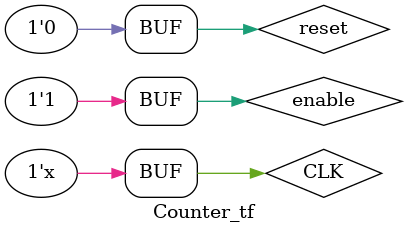
<source format=v>
`timescale 1ns / 1ps


module Counter_tf;

	parameter bits = 4;

	// Inputs
	reg CLK;
	reg enable;
	reg reset;

	// Outputs
	wire [(bits - 1):0] count;
	wire overflow;

	// Instantiate the Unit Under Test (UUT)
	Counter #(bits) uut (
		.CLK(CLK), 
		.enable(enable), 
		.reset(reset), 
		.count(count), 
		.overflow(overflow)
	);
	
	initial begin
		// Initialize Inputs
		CLK = 0;
		enable = 1;
		reset = 1;

		// Wait 100 ns for global reset to finish
		#100;
		
		reset = 0;
        
		// Add stimulus here

	end
	
	always
		#5 CLK = ~CLK;
      
endmodule


</source>
